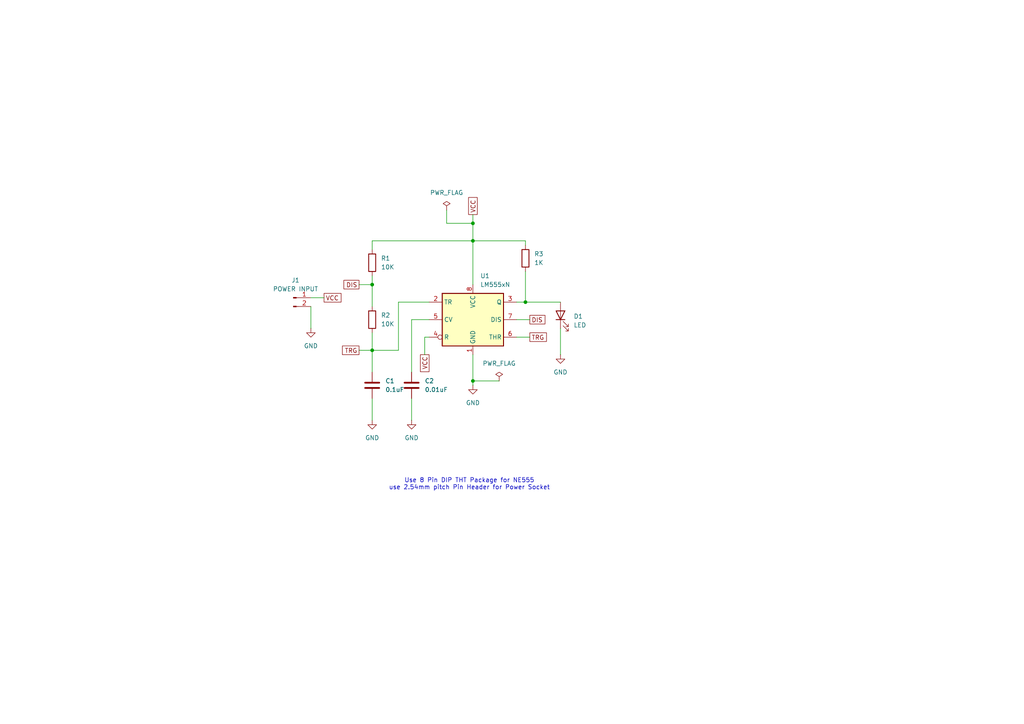
<source format=kicad_sch>
(kicad_sch (version 20250114) (generator "eeschema") (generator_version "9.0")
  (paper "A4")
  (title_block (title "555 Astable Multivibrator") (date "2025-10-30") (rev "V1.0") (company "Pilolo") (comment 1 "Test Project"))
  (lib_symbols
    (symbol "Connector:Conn_01x02_Pin" (pin_names (offset 1.016) (hide yes))
      (property "Reference" "J" (at 0 2.54 0))
      (property "Value" "Conn_01x02_Pin" (at 0 -5.08 0))
      (symbol "Conn_01x02_Pin_1_1"
        (rectangle (start 0.8636 0.127) (end 0 -0.127) (stroke (width 0.1524)) (fill (type outline)))
        (rectangle (start 0.8636 -2.413) (end 0 -2.667) (stroke (width 0.1524)) (fill (type outline)))
        (polyline (pts (xy 1.27 0) (xy 0.8636 0)) (stroke (width 0.1524)))
        (polyline (pts (xy 1.27 -2.54) (xy 0.8636 -2.54)) (stroke (width 0.1524)))
        (pin passive line (at 5.08 0 180) (length 3.81) (name "Pin_1") (number "1"))
        (pin passive line (at 5.08 -2.54 180) (length 3.81) (name "Pin_2") (number "2"))
      )
    )
    (symbol "Device:C" (pin_numbers (hide yes)) (pin_names (offset 0.254))
      (property "Reference" "C" (at 0.635 2.54 0))
      (property "Value" "C" (at 0.635 -2.54 0))
      (symbol "C_0_1"
        (polyline (pts (xy -2.032 0.762) (xy 2.032 0.762)) (stroke (width 0.508)))
        (polyline (pts (xy -2.032 -0.762) (xy 2.032 -0.762)) (stroke (width 0.508)))
      )
      (symbol "C_1_1"
        (pin passive line (at 0 3.81 270) (length 2.794) (name "~") (number "1"))
        (pin passive line (at 0 -3.81 90) (length 2.794) (name "~") (number "2"))
      )
    )
    (symbol "Device:LED" (pin_numbers (hide yes)) (pin_names (offset 1.016) (hide yes))
      (property "Reference" "D" (at 0 2.54 0))
      (property "Value" "LED" (at 0 -2.54 0))
      (symbol "LED_0_1"
        (polyline (pts (xy -3.048 -0.762) (xy -4.572 -2.286) (xy -3.81 -2.286) (xy -4.572 -2.286) (xy -4.572 -1.524)))
        (polyline (pts (xy -1.778 -0.762) (xy -3.302 -2.286) (xy -2.54 -2.286) (xy -3.302 -2.286) (xy -3.302 -1.524)))
        (polyline (pts (xy -1.27 0) (xy 1.27 0)))
        (polyline (pts (xy -1.27 -1.27) (xy -1.27 1.27)) (stroke (width 0.254)))
        (polyline (pts (xy 1.27 -1.27) (xy 1.27 1.27) (xy -1.27 0) (xy 1.27 -1.27)) (stroke (width 0.254)))
      )
      (symbol "LED_1_1"
        (pin passive line (at -3.81 0 0) (length 2.54) (name "K") (number "1"))
        (pin passive line (at 3.81 0 180) (length 2.54) (name "A") (number "2"))
      )
    )
    (symbol "Device:R" (pin_numbers (hide yes)) (pin_names (offset 0))
      (property "Reference" "R" (at 2.032 0 90))
      (property "Value" "R" (at 0 0 90))
      (symbol "R_0_1"
        (rectangle (start -1.016 -2.54) (end 1.016 2.54) (stroke (width 0.254)))
      )
      (symbol "R_1_1"
        (pin passive line (at 0 3.81 270) (length 1.27) (name "~") (number "1"))
        (pin passive line (at 0 -3.81 90) (length 1.27) (name "~") (number "2"))
      )
    )
    (symbol "Timer:LM555xN"
      (property "Reference" "U" (at -10.16 8.89 0))
      (property "Value" "LM555xN" (at 2.54 8.89 0))
      (symbol "LM555xN_0_0"
        (pin power_in line (at 0 10.16 270) (length 2.54) (name "VCC") (number "8"))
        (pin power_in line (at 0 -10.16 90) (length 2.54) (name "GND") (number "1"))
      )
      (symbol "LM555xN_0_1"
        (rectangle (start -8.89 -7.62) (end 8.89 7.62) (stroke (width 0.254)) (fill (type background)))
        (rectangle (start -8.89 -7.62) (end 8.89 7.62) (stroke (width 0.254)) (fill (type background)))
      )
      (symbol "LM555xN_1_1"
        (pin input line (at -12.7 5.08 0) (length 3.81) (name "TR") (number "2"))
        (pin input line (at -12.7 0 0) (length 3.81) (name "CV") (number "5"))
        (pin input inverted (at -12.7 -5.08 0) (length 3.81) (name "R") (number "4"))
        (pin output line (at 12.7 5.08 180) (length 3.81) (name "Q") (number "3"))
        (pin input line (at 12.7 0 180) (length 3.81) (name "DIS") (number "7"))
        (pin input line (at 12.7 -5.08 180) (length 3.81) (name "THR") (number "6"))
      )
    )
    (symbol "power:GND" (power) (pin_numbers (hide yes)) (pin_names (offset 0) (hide yes))
      (property "Value" "GND" (at 0 -3.81 0))
      (symbol "GND_0_1"
        (polyline (pts (xy 0 0) (xy 0 -1.27) (xy 1.27 -1.27) (xy 0 -2.54) (xy -1.27 -1.27) (xy 0 -1.27)))
      )
      (symbol "GND_1_1"
        (pin power_in line (at 0 0 270) (length 0) (name "~") (number "1"))
      )
    )
    (symbol "power:PWR_FLAG" (power) (pin_numbers (hide yes)) (pin_names (offset 0) (hide yes))
      (property "Value" "PWR_FLAG" (at 0 3.81 0))
      (symbol "PWR_FLAG_0_0"
        (pin power_out line (at 0 0 90) (length 0) (name "~") (number "1"))
      )
      (symbol "PWR_FLAG_0_1"
        (polyline (pts (xy 0 0) (xy 0 1.27) (xy -1.016 1.905) (xy 0 2.54) (xy 1.016 1.905) (xy 0 1.27)))
      )
    )
  )
  (text "Use 8 Pin DIP THT Package for NE555\nuse 2.54mm pitch Pin Header for Power Socket" (at 136.144 140.462 0) (effects (font (size 1.27 1.27))))
  (junction (at 152.4 87.63))
  (junction (at 137.16 64.77))
  (junction (at 137.16 110.49))
  (junction (at 107.95 101.6))
  (junction (at 107.95 82.55))
  (junction (at 137.16 69.85))
  (wire (pts (xy 137.16 110.49) (xy 144.78 110.49)))
  (wire (pts (xy 115.57 87.63) (xy 124.46 87.63)))
  (wire (pts (xy 149.86 97.79) (xy 153.67 97.79)))
  (wire (pts (xy 107.95 82.55) (xy 107.95 88.9)))
  (wire (pts (xy 152.4 78.74) (xy 152.4 87.63)))
  (wire (pts (xy 90.17 88.9) (xy 90.17 95.25)))
  (wire (pts (xy 137.16 69.85) (xy 152.4 69.85)))
  (wire (pts (xy 152.4 71.12) (xy 152.4 69.85)))
  (wire (pts (xy 162.56 95.25) (xy 162.56 102.87)))
  (wire (pts (xy 107.95 101.6) (xy 115.57 101.6)))
  (wire (pts (xy 107.95 80.01) (xy 107.95 82.55)))
  (wire (pts (xy 137.16 110.49) (xy 137.16 111.76)))
  (wire (pts (xy 104.14 101.6) (xy 107.95 101.6)))
  (wire (pts (xy 137.16 102.87) (xy 137.16 110.49)))
  (wire (pts (xy 152.4 87.63) (xy 162.56 87.63)))
  (wire (pts (xy 119.38 115.57) (xy 119.38 121.92)))
  (wire (pts (xy 107.95 101.6) (xy 107.95 107.95)))
  (wire (pts (xy 107.95 72.39) (xy 107.95 69.85)))
  (wire (pts (xy 129.54 64.77) (xy 137.16 64.77)))
  (wire (pts (xy 107.95 96.52) (xy 107.95 101.6)))
  (wire (pts (xy 115.57 101.6) (xy 115.57 87.63)))
  (wire (pts (xy 104.14 82.55) (xy 107.95 82.55)))
  (wire (pts (xy 137.16 64.77) (xy 137.16 69.85)))
  (wire (pts (xy 137.16 62.23) (xy 137.16 64.77)))
  (wire (pts (xy 149.86 87.63) (xy 152.4 87.63)))
  (wire (pts (xy 149.86 92.71) (xy 153.67 92.71)))
  (wire (pts (xy 107.95 69.85) (xy 137.16 69.85)))
  (wire (pts (xy 137.16 69.85) (xy 137.16 82.55)))
  (wire (pts (xy 90.17 86.36) (xy 93.98 86.36)))
  (wire (pts (xy 124.46 97.79) (xy 123.19 97.79)))
  (wire (pts (xy 107.95 115.57) (xy 107.95 121.92)))
  (wire (pts (xy 129.54 60.96) (xy 129.54 64.77)))
  (wire (pts (xy 119.38 92.71) (xy 124.46 92.71)))
  (wire (pts (xy 119.38 107.95) (xy 119.38 92.71)))
  (wire (pts (xy 123.19 97.79) (xy 123.19 102.87)))
  (global_label "DIS" (shape passive) (at 153.67 92.71 0) (property "Intersheetrefs" "${INTERSHEET_REFS}" (effects (hide yes))))
  (global_label "VCC" (shape passive) (at 123.19 102.87 270) (property "Intersheetrefs" "${INTERSHEET_REFS}" (effects (hide yes))))
  (global_label "TRG" (shape passive) (at 104.14 101.6 180) (property "Intersheetrefs" "${INTERSHEET_REFS}" (effects (hide yes))))
  (global_label "TRG" (shape passive) (at 153.67 97.79 0) (property "Intersheetrefs" "${INTERSHEET_REFS}" (effects (hide yes))))
  (global_label "VCC" (shape passive) (at 137.16 62.23 90) (property "Intersheetrefs" "${INTERSHEET_REFS}" (effects (hide yes))))
  (global_label "DIS" (shape passive) (at 104.14 82.55 180) (property "Intersheetrefs" "${INTERSHEET_REFS}" (effects (hide yes))))
  (global_label "VCC" (shape passive) (at 93.98 86.36 0) (property "Intersheetrefs" "${INTERSHEET_REFS}" (effects (hide yes))))
  (symbol (lib_id "Device:R") (at 107.95 92.71 0) (unit 1)
    (property "Reference" "R2" (at 110.49 91.4399 0) (effects (justify left)))
    (property "Value" "10K" (at 110.49 93.9799 0) (effects (justify left)))
    (property "Footprint" "Resistor_THT:R_Axial_DIN0204_L3.6mm_D1.6mm_P1.90mm_Vertical" (effects (hide yes)))
    (property "Description" "Resistor" (effects (hide yes)))
  )
  (symbol (lib_id "power:PWR_FLAG") (at 144.78 110.49 0) (unit 1)
    (property "Reference" "#FLG02" (effects (hide yes)))
    (property "Value" "PWR_FLAG" (at 144.78 105.41 0))
    (property "Description" "Special symbol for telling ERC where power comes from" (effects (hide yes)))
  )
  (symbol (lib_id "Timer:LM555xN") (at 137.16 92.71 0) (unit 1)
    (property "Reference" "U1" (at 139.3033 80.01 0) (effects (justify left)))
    (property "Value" "LM555xN" (at 139.3033 82.55 0) (effects (justify left)))
    (property "Footprint" "Package_DIP:DIP-8_W7.62mm" (effects (hide yes)))
    (property "Datasheet" "http://www.ti.com/lit/ds/symlink/lm555.pdf" (effects (hide yes)))
    (property "Description" "Timer, 555 compatible, PDIP-8" (effects (hide yes)))
  )
  (symbol (lib_id "power:GND") (at 90.17 95.25 0) (unit 1)
    (property "Reference" "#PWR05" (effects (hide yes)))
    (property "Value" "GND" (at 90.17 100.33 0))
    (property "Description" "Power symbol creates a global label with name \"GND\" , ground" (effects (hide yes)))
  )
  (symbol (lib_id "Device:C") (at 119.38 111.76 0) (unit 1)
    (property "Reference" "C2" (at 123.19 110.4899 0) (effects (justify left)))
    (property "Value" "0.01uF" (at 123.19 113.0299 0) (effects (justify left)))
    (property "Footprint" "Capacitor_THT:C_Disc_D3.0mm_W1.6mm_P2.50mm" (effects (hide yes)))
    (property "Description" "Unpolarized capacitor" (effects (hide yes)))
  )
  (symbol (lib_id "power:GND") (at 137.16 111.76 0) (unit 1)
    (property "Reference" "#PWR01" (effects (hide yes)))
    (property "Value" "GND" (at 137.16 116.84 0))
    (property "Description" "Power symbol creates a global label with name \"GND\" , ground" (effects (hide yes)))
  )
  (symbol (lib_id "power:PWR_FLAG") (at 129.54 60.96 0) (unit 1)
    (property "Reference" "#FLG01" (effects (hide yes)))
    (property "Value" "PWR_FLAG" (at 129.54 55.88 0))
    (property "Description" "Special symbol for telling ERC where power comes from" (effects (hide yes)))
  )
  (symbol (lib_id "Device:LED") (at 162.56 91.44 90) (unit 1)
    (property "Reference" "D1" (at 166.37 91.7574 90) (effects (justify right)))
    (property "Value" "LED" (at 166.37 94.2974 90) (effects (justify right)))
    (property "Footprint" "LED_THT:LED_D3.0mm" (effects (hide yes)))
    (property "Description" "Light emitting diode" (effects (hide yes)))
    (property "Sim.Pins" "1=K 2=A" (effects (hide yes)))
  )
  (symbol (lib_id "power:GND") (at 107.95 121.92 0) (unit 1)
    (property "Reference" "#PWR03" (effects (hide yes)))
    (property "Value" "GND" (at 107.95 127 0))
    (property "Description" "Power symbol creates a global label with name \"GND\" , ground" (effects (hide yes)))
  )
  (symbol (lib_id "Device:R") (at 152.4 74.93 0) (unit 1)
    (property "Reference" "R3" (at 154.94 73.6599 0) (effects (justify left)))
    (property "Value" "1K" (at 154.94 76.1999 0) (effects (justify left)))
    (property "Footprint" "Resistor_THT:R_Axial_DIN0204_L3.6mm_D1.6mm_P1.90mm_Vertical" (effects (hide yes)))
    (property "Description" "Resistor" (effects (hide yes)))
  )
  (symbol (lib_id "Device:R") (at 107.95 76.2 0) (unit 1)
    (property "Reference" "R1" (at 110.49 74.9299 0) (effects (justify left)))
    (property "Value" "10K" (at 110.49 77.4699 0) (effects (justify left)))
    (property "Footprint" "Resistor_THT:R_Axial_DIN0204_L3.6mm_D1.6mm_P1.90mm_Vertical" (effects (hide yes)))
    (property "Description" "Resistor" (effects (hide yes)))
  )
  (symbol (lib_id "Connector:Conn_01x02_Pin") (at 85.09 86.36 0) (unit 1)
    (property "Reference" "J1" (at 85.725 81.28 0))
    (property "Value" "POWER INPUT" (at 85.725 83.82 0))
    (property "Footprint" "Connector_PinHeader_2.54mm:PinHeader_1x02_P2.54mm_Vertical" (effects (hide yes)))
    (property "Description" "Generic connector, single row, 01x02, script generated" (effects (hide yes)))
  )
  (symbol (lib_id "Device:C") (at 107.95 111.76 0) (unit 1)
    (property "Reference" "C1" (at 111.76 110.4899 0) (effects (justify left)))
    (property "Value" "0.1uF" (at 111.76 113.0299 0) (effects (justify left)))
    (property "Footprint" "Capacitor_THT:C_Disc_D3.0mm_W1.6mm_P2.50mm" (effects (hide yes)))
    (property "Description" "Unpolarized capacitor" (effects (hide yes)))
  )
  (symbol (lib_id "power:GND") (at 119.38 121.92 0) (unit 1)
    (property "Reference" "#PWR04" (effects (hide yes)))
    (property "Value" "GND" (at 119.38 127 0))
    (property "Description" "Power symbol creates a global label with name \"GND\" , ground" (effects (hide yes)))
  )
  (symbol (lib_id "power:GND") (at 162.56 102.87 0) (unit 1)
    (property "Reference" "#PWR02" (effects (hide yes)))
    (property "Value" "GND" (at 162.56 107.95 0))
    (property "Description" "Power symbol creates a global label with name \"GND\" , ground" (effects (hide yes)))
  )
)
</source>
